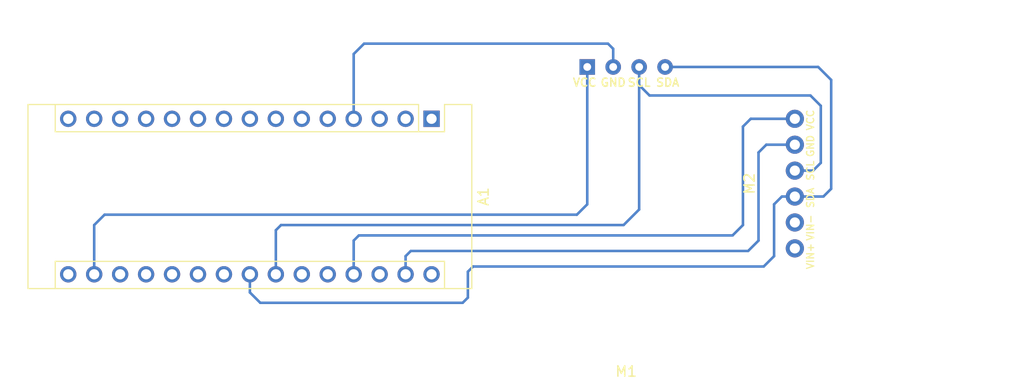
<source format=kicad_pcb>
(kicad_pcb (version 20171130) (host pcbnew 5.1.6-1.fc32)

  (general
    (thickness 1.6)
    (drawings 8)
    (tracks 53)
    (zones 0)
    (modules 3)
    (nets 32)
  )

  (page A4)
  (layers
    (0 F.Cu signal)
    (31 B.Cu signal)
    (32 B.Adhes user)
    (33 F.Adhes user)
    (34 B.Paste user)
    (35 F.Paste user)
    (36 B.SilkS user)
    (37 F.SilkS user)
    (38 B.Mask user)
    (39 F.Mask user)
    (40 Dwgs.User user)
    (41 Cmts.User user)
    (42 Eco1.User user)
    (43 Eco2.User user)
    (44 Edge.Cuts user)
    (45 Margin user)
    (46 B.CrtYd user)
    (47 F.CrtYd user)
    (48 B.Fab user)
    (49 F.Fab user)
  )

  (setup
    (last_trace_width 0.25)
    (trace_clearance 0.2)
    (zone_clearance 0.508)
    (zone_45_only no)
    (trace_min 0.2)
    (via_size 0.8)
    (via_drill 0.4)
    (via_min_size 0.4)
    (via_min_drill 0.3)
    (uvia_size 0.3)
    (uvia_drill 0.1)
    (uvias_allowed no)
    (uvia_min_size 0.2)
    (uvia_min_drill 0.1)
    (edge_width 0.05)
    (segment_width 0.2)
    (pcb_text_width 0.3)
    (pcb_text_size 1.5 1.5)
    (mod_edge_width 0.12)
    (mod_text_size 1 1)
    (mod_text_width 0.15)
    (pad_size 1.524 1.524)
    (pad_drill 0.762)
    (pad_to_mask_clearance 0.05)
    (aux_axis_origin 0 0)
    (visible_elements FFFFF77F)
    (pcbplotparams
      (layerselection 0x010fc_ffffffff)
      (usegerberextensions false)
      (usegerberattributes true)
      (usegerberadvancedattributes true)
      (creategerberjobfile true)
      (excludeedgelayer true)
      (linewidth 0.100000)
      (plotframeref false)
      (viasonmask false)
      (mode 1)
      (useauxorigin false)
      (hpglpennumber 1)
      (hpglpenspeed 20)
      (hpglpendiameter 15.000000)
      (psnegative false)
      (psa4output false)
      (plotreference true)
      (plotvalue true)
      (plotinvisibletext false)
      (padsonsilk false)
      (subtractmaskfromsilk false)
      (outputformat 1)
      (mirror false)
      (drillshape 1)
      (scaleselection 1)
      (outputdirectory ""))
  )

  (net 0 "")
  (net 1 "Net-(A1-Pad16)")
  (net 2 "Net-(A1-Pad15)")
  (net 3 "Net-(A1-Pad30)")
  (net 4 "Net-(A1-Pad14)")
  (net 5 "Net-(A1-Pad29)")
  (net 6 "Net-(A1-Pad13)")
  (net 7 "Net-(A1-Pad28)")
  (net 8 "Net-(A1-Pad12)")
  (net 9 "Net-(A1-Pad27)")
  (net 10 "Net-(A1-Pad11)")
  (net 11 "Net-(A1-Pad26)")
  (net 12 "Net-(A1-Pad10)")
  (net 13 "Net-(A1-Pad25)")
  (net 14 "Net-(A1-Pad9)")
  (net 15 "Net-(A1-Pad24)")
  (net 16 "Net-(A1-Pad8)")
  (net 17 "Net-(A1-Pad23)")
  (net 18 "Net-(A1-Pad7)")
  (net 19 "Net-(A1-Pad22)")
  (net 20 "Net-(A1-Pad6)")
  (net 21 "Net-(A1-Pad21)")
  (net 22 "Net-(A1-Pad5)")
  (net 23 "Net-(A1-Pad20)")
  (net 24 "Net-(A1-Pad19)")
  (net 25 "Net-(A1-Pad3)")
  (net 26 "Net-(A1-Pad18)")
  (net 27 "Net-(A1-Pad2)")
  (net 28 "Net-(A1-Pad17)")
  (net 29 "Net-(A1-Pad1)")
  (net 30 "Net-(M2-Pad6)")
  (net 31 "Net-(M2-Pad5)")

  (net_class Default "This is the default net class."
    (clearance 0.2)
    (trace_width 0.25)
    (via_dia 0.8)
    (via_drill 0.4)
    (uvia_dia 0.3)
    (uvia_drill 0.1)
    (add_net "Net-(A1-Pad1)")
    (add_net "Net-(A1-Pad10)")
    (add_net "Net-(A1-Pad11)")
    (add_net "Net-(A1-Pad12)")
    (add_net "Net-(A1-Pad13)")
    (add_net "Net-(A1-Pad14)")
    (add_net "Net-(A1-Pad15)")
    (add_net "Net-(A1-Pad16)")
    (add_net "Net-(A1-Pad17)")
    (add_net "Net-(A1-Pad18)")
    (add_net "Net-(A1-Pad19)")
    (add_net "Net-(A1-Pad2)")
    (add_net "Net-(A1-Pad20)")
    (add_net "Net-(A1-Pad21)")
    (add_net "Net-(A1-Pad22)")
    (add_net "Net-(A1-Pad23)")
    (add_net "Net-(A1-Pad24)")
    (add_net "Net-(A1-Pad25)")
    (add_net "Net-(A1-Pad26)")
    (add_net "Net-(A1-Pad27)")
    (add_net "Net-(A1-Pad28)")
    (add_net "Net-(A1-Pad29)")
    (add_net "Net-(A1-Pad3)")
    (add_net "Net-(A1-Pad30)")
    (add_net "Net-(A1-Pad5)")
    (add_net "Net-(A1-Pad6)")
    (add_net "Net-(A1-Pad7)")
    (add_net "Net-(A1-Pad8)")
    (add_net "Net-(A1-Pad9)")
    (add_net "Net-(M2-Pad5)")
    (add_net "Net-(M2-Pad6)")
  )

  (module my-footprints:ssd1306 (layer F.Cu) (tedit 5EF4984B) (tstamp 5EF4F507)
    (at 104.33 112.71)
    (path /5EF4CB08)
    (fp_text reference M1 (at 0 29.845) (layer F.SilkS)
      (effects (font (size 1 1) (thickness 0.15)))
    )
    (fp_text value ssd1306 (at 0 -5.715) (layer F.Fab)
      (effects (font (size 1 1) (thickness 0.15)))
    )
    (fp_line (start -13.75 0) (end -13.75 23.8) (layer F.Fab) (width 0.12))
    (fp_line (start -11.75 25.8) (end 11.75 25.8) (layer F.Fab) (width 0.12))
    (fp_line (start 13.75 0) (end 13.75 23.8) (layer F.Fab) (width 0.12))
    (fp_line (start -11.75 -2) (end 11.75 -2) (layer F.Fab) (width 0.12))
    (fp_text user SDA (at 4.064 1.524) (layer F.SilkS)
      (effects (font (size 0.8 0.8) (thickness 0.15)))
    )
    (fp_text user SCL (at 1.27 1.524) (layer F.SilkS)
      (effects (font (size 0.8 0.8) (thickness 0.15)))
    )
    (fp_text user GND (at -1.27 1.524) (layer F.SilkS)
      (effects (font (size 0.8 0.8) (thickness 0.15)))
    )
    (fp_text user VCC (at -4.064 1.524) (layer F.SilkS)
      (effects (font (size 0.8 0.8) (thickness 0.15)))
    )
    (fp_arc (start -11.75 23.8) (end -13.75 23.8) (angle -90) (layer F.Fab) (width 0.12))
    (fp_arc (start 11.75 23.8) (end 13.75 23.8) (angle 90) (layer F.Fab) (width 0.12))
    (fp_arc (start 11.75 0) (end 11.75 -2) (angle 90) (layer F.Fab) (width 0.12))
    (fp_arc (start -11.75 0) (end -11.75 -2) (angle -90) (layer F.Fab) (width 0.12))
    (pad 4 thru_hole circle (at 3.81 0) (size 1.524 1.524) (drill 0.762) (layers *.Cu *.Mask)
      (net 17 "Net-(A1-Pad23)"))
    (pad 3 thru_hole circle (at 1.27 0) (size 1.524 1.524) (drill 0.762) (layers *.Cu *.Mask)
      (net 15 "Net-(A1-Pad24)"))
    (pad 2 thru_hole circle (at -1.27 0) (size 1.524 1.524) (drill 0.762) (layers *.Cu *.Mask)
      (net 5 "Net-(A1-Pad29)"))
    (pad 1 thru_hole rect (at -3.81 0) (size 1.524 1.524) (drill 0.762) (layers *.Cu *.Mask)
      (net 28 "Net-(A1-Pad17)"))
  )

  (module Module:Arduino_Nano (layer F.Cu) (tedit 58ACAF70) (tstamp 5EF4F590)
    (at 85.28 117.79 270)
    (descr "Arduino Nano, http://www.mouser.com/pdfdocs/Gravitech_Arduino_Nano3_0.pdf")
    (tags "Arduino Nano")
    (path /5EF4D4BE)
    (fp_text reference A1 (at 7.62 -5.08 90) (layer F.SilkS)
      (effects (font (size 1 1) (thickness 0.15)))
    )
    (fp_text value Arduino_Nano_v3.x (at 8.89 19.05) (layer F.Fab)
      (effects (font (size 1 1) (thickness 0.15)))
    )
    (fp_line (start 16.75 42.16) (end -1.53 42.16) (layer F.CrtYd) (width 0.05))
    (fp_line (start 16.75 42.16) (end 16.75 -4.06) (layer F.CrtYd) (width 0.05))
    (fp_line (start -1.53 -4.06) (end -1.53 42.16) (layer F.CrtYd) (width 0.05))
    (fp_line (start -1.53 -4.06) (end 16.75 -4.06) (layer F.CrtYd) (width 0.05))
    (fp_line (start 16.51 -3.81) (end 16.51 39.37) (layer F.Fab) (width 0.1))
    (fp_line (start 0 -3.81) (end 16.51 -3.81) (layer F.Fab) (width 0.1))
    (fp_line (start -1.27 -2.54) (end 0 -3.81) (layer F.Fab) (width 0.1))
    (fp_line (start -1.27 39.37) (end -1.27 -2.54) (layer F.Fab) (width 0.1))
    (fp_line (start 16.51 39.37) (end -1.27 39.37) (layer F.Fab) (width 0.1))
    (fp_line (start 16.64 -3.94) (end -1.4 -3.94) (layer F.SilkS) (width 0.12))
    (fp_line (start 16.64 39.5) (end 16.64 -3.94) (layer F.SilkS) (width 0.12))
    (fp_line (start -1.4 39.5) (end 16.64 39.5) (layer F.SilkS) (width 0.12))
    (fp_line (start 3.81 41.91) (end 3.81 31.75) (layer F.Fab) (width 0.1))
    (fp_line (start 11.43 41.91) (end 3.81 41.91) (layer F.Fab) (width 0.1))
    (fp_line (start 11.43 31.75) (end 11.43 41.91) (layer F.Fab) (width 0.1))
    (fp_line (start 3.81 31.75) (end 11.43 31.75) (layer F.Fab) (width 0.1))
    (fp_line (start 1.27 36.83) (end -1.4 36.83) (layer F.SilkS) (width 0.12))
    (fp_line (start 1.27 1.27) (end 1.27 36.83) (layer F.SilkS) (width 0.12))
    (fp_line (start 1.27 1.27) (end -1.4 1.27) (layer F.SilkS) (width 0.12))
    (fp_line (start 13.97 36.83) (end 16.64 36.83) (layer F.SilkS) (width 0.12))
    (fp_line (start 13.97 -1.27) (end 13.97 36.83) (layer F.SilkS) (width 0.12))
    (fp_line (start 13.97 -1.27) (end 16.64 -1.27) (layer F.SilkS) (width 0.12))
    (fp_line (start -1.4 -3.94) (end -1.4 -1.27) (layer F.SilkS) (width 0.12))
    (fp_line (start -1.4 1.27) (end -1.4 39.5) (layer F.SilkS) (width 0.12))
    (fp_line (start 1.27 -1.27) (end -1.4 -1.27) (layer F.SilkS) (width 0.12))
    (fp_line (start 1.27 1.27) (end 1.27 -1.27) (layer F.SilkS) (width 0.12))
    (fp_text user %R (at 6.35 19.05) (layer F.Fab)
      (effects (font (size 1 1) (thickness 0.15)))
    )
    (pad 16 thru_hole oval (at 15.24 35.56 270) (size 1.6 1.6) (drill 1) (layers *.Cu *.Mask)
      (net 1 "Net-(A1-Pad16)"))
    (pad 15 thru_hole oval (at 0 35.56 270) (size 1.6 1.6) (drill 1) (layers *.Cu *.Mask)
      (net 2 "Net-(A1-Pad15)"))
    (pad 30 thru_hole oval (at 15.24 0 270) (size 1.6 1.6) (drill 1) (layers *.Cu *.Mask)
      (net 3 "Net-(A1-Pad30)"))
    (pad 14 thru_hole oval (at 0 33.02 270) (size 1.6 1.6) (drill 1) (layers *.Cu *.Mask)
      (net 4 "Net-(A1-Pad14)"))
    (pad 29 thru_hole oval (at 15.24 2.54 270) (size 1.6 1.6) (drill 1) (layers *.Cu *.Mask)
      (net 5 "Net-(A1-Pad29)"))
    (pad 13 thru_hole oval (at 0 30.48 270) (size 1.6 1.6) (drill 1) (layers *.Cu *.Mask)
      (net 6 "Net-(A1-Pad13)"))
    (pad 28 thru_hole oval (at 15.24 5.08 270) (size 1.6 1.6) (drill 1) (layers *.Cu *.Mask)
      (net 7 "Net-(A1-Pad28)"))
    (pad 12 thru_hole oval (at 0 27.94 270) (size 1.6 1.6) (drill 1) (layers *.Cu *.Mask)
      (net 8 "Net-(A1-Pad12)"))
    (pad 27 thru_hole oval (at 15.24 7.62 270) (size 1.6 1.6) (drill 1) (layers *.Cu *.Mask)
      (net 9 "Net-(A1-Pad27)"))
    (pad 11 thru_hole oval (at 0 25.4 270) (size 1.6 1.6) (drill 1) (layers *.Cu *.Mask)
      (net 10 "Net-(A1-Pad11)"))
    (pad 26 thru_hole oval (at 15.24 10.16 270) (size 1.6 1.6) (drill 1) (layers *.Cu *.Mask)
      (net 11 "Net-(A1-Pad26)"))
    (pad 10 thru_hole oval (at 0 22.86 270) (size 1.6 1.6) (drill 1) (layers *.Cu *.Mask)
      (net 12 "Net-(A1-Pad10)"))
    (pad 25 thru_hole oval (at 15.24 12.7 270) (size 1.6 1.6) (drill 1) (layers *.Cu *.Mask)
      (net 13 "Net-(A1-Pad25)"))
    (pad 9 thru_hole oval (at 0 20.32 270) (size 1.6 1.6) (drill 1) (layers *.Cu *.Mask)
      (net 14 "Net-(A1-Pad9)"))
    (pad 24 thru_hole oval (at 15.24 15.24 270) (size 1.6 1.6) (drill 1) (layers *.Cu *.Mask)
      (net 15 "Net-(A1-Pad24)"))
    (pad 8 thru_hole oval (at 0 17.78 270) (size 1.6 1.6) (drill 1) (layers *.Cu *.Mask)
      (net 16 "Net-(A1-Pad8)"))
    (pad 23 thru_hole oval (at 15.24 17.78 270) (size 1.6 1.6) (drill 1) (layers *.Cu *.Mask)
      (net 17 "Net-(A1-Pad23)"))
    (pad 7 thru_hole oval (at 0 15.24 270) (size 1.6 1.6) (drill 1) (layers *.Cu *.Mask)
      (net 18 "Net-(A1-Pad7)"))
    (pad 22 thru_hole oval (at 15.24 20.32 270) (size 1.6 1.6) (drill 1) (layers *.Cu *.Mask)
      (net 19 "Net-(A1-Pad22)"))
    (pad 6 thru_hole oval (at 0 12.7 270) (size 1.6 1.6) (drill 1) (layers *.Cu *.Mask)
      (net 20 "Net-(A1-Pad6)"))
    (pad 21 thru_hole oval (at 15.24 22.86 270) (size 1.6 1.6) (drill 1) (layers *.Cu *.Mask)
      (net 21 "Net-(A1-Pad21)"))
    (pad 5 thru_hole oval (at 0 10.16 270) (size 1.6 1.6) (drill 1) (layers *.Cu *.Mask)
      (net 22 "Net-(A1-Pad5)"))
    (pad 20 thru_hole oval (at 15.24 25.4 270) (size 1.6 1.6) (drill 1) (layers *.Cu *.Mask)
      (net 23 "Net-(A1-Pad20)"))
    (pad 4 thru_hole oval (at 0 7.62 270) (size 1.6 1.6) (drill 1) (layers *.Cu *.Mask)
      (net 5 "Net-(A1-Pad29)"))
    (pad 19 thru_hole oval (at 15.24 27.94 270) (size 1.6 1.6) (drill 1) (layers *.Cu *.Mask)
      (net 24 "Net-(A1-Pad19)"))
    (pad 3 thru_hole oval (at 0 5.08 270) (size 1.6 1.6) (drill 1) (layers *.Cu *.Mask)
      (net 25 "Net-(A1-Pad3)"))
    (pad 18 thru_hole oval (at 15.24 30.48 270) (size 1.6 1.6) (drill 1) (layers *.Cu *.Mask)
      (net 26 "Net-(A1-Pad18)"))
    (pad 2 thru_hole oval (at 0 2.54 270) (size 1.6 1.6) (drill 1) (layers *.Cu *.Mask)
      (net 27 "Net-(A1-Pad2)"))
    (pad 17 thru_hole oval (at 15.24 33.02 270) (size 1.6 1.6) (drill 1) (layers *.Cu *.Mask)
      (net 28 "Net-(A1-Pad17)"))
    (pad 1 thru_hole rect (at 0 0 270) (size 1.6 1.6) (drill 1) (layers *.Cu *.Mask)
      (net 29 "Net-(A1-Pad1)"))
    (model ${KISYS3DMOD}/Module.3dshapes/Arduino_Nano_WithMountingHoles.wrl
      (at (xyz 0 0 0))
      (scale (xyz 1 1 1))
      (rotate (xyz 0 0 0))
    )
  )

  (module my-footprints:gy-219 (layer F.Cu) (tedit 5EF48D71) (tstamp 5EF4F61F)
    (at 120.84 124.14 270)
    (path /5EF4CDFD)
    (fp_text reference M2 (at 0 4.445 90) (layer F.SilkS)
      (effects (font (size 1 1) (thickness 0.15)))
    )
    (fp_text value gy219 (at 0 -21.59 90) (layer F.Fab)
      (effects (font (size 1 1) (thickness 0.15)))
    )
    (fp_line (start -8 1.4) (end 8 1.4) (layer F.Fab) (width 0.12))
    (fp_line (start 10 -0.6) (end 10 -17.1) (layer F.Fab) (width 0.12))
    (fp_line (start 8 -19.1) (end -8 -19.1) (layer F.Fab) (width 0.12))
    (fp_line (start -10 -17.1) (end -10 -0.6) (layer F.Fab) (width 0.12))
    (fp_arc (start 8 -0.6) (end 10 -0.6) (angle 90) (layer F.Fab) (width 0.12))
    (fp_arc (start -8 -0.6) (end -10 -0.6) (angle -90) (layer F.Fab) (width 0.12))
    (fp_arc (start -8 -17.1) (end -10 -17.1) (angle 90) (layer F.Fab) (width 0.12))
    (fp_text user VCC (at -6.223 -1.524 90) (layer F.SilkS)
      (effects (font (size 0.7 0.7) (thickness 0.125)))
    )
    (fp_text user GND (at -3.683 -1.524 90) (layer F.SilkS)
      (effects (font (size 0.7 0.7) (thickness 0.125)))
    )
    (fp_text user SCL (at -1.27 -1.524 90) (layer F.SilkS)
      (effects (font (size 0.7 0.7) (thickness 0.125)))
    )
    (fp_text user SDA (at 1.397 -1.524 90) (layer F.SilkS)
      (effects (font (size 0.7 0.7) (thickness 0.125)))
    )
    (fp_text user VIN- (at 4.318 -1.524 90) (layer F.SilkS)
      (effects (font (size 0.7 0.7) (thickness 0.125)))
    )
    (fp_text user VIN+ (at 7.112 -1.524 90) (layer F.SilkS)
      (effects (font (size 0.7 0.7) (thickness 0.125)))
    )
    (fp_arc (start 8 -17.1) (end 10 -17.1) (angle -90) (layer F.Fab) (width 0.12))
    (pad 6 thru_hole circle (at 6.35 0 90) (size 1.778 1.778) (drill 1) (layers *.Cu *.Mask)
      (net 30 "Net-(M2-Pad6)"))
    (pad 5 thru_hole circle (at 3.81 0 90) (size 1.778 1.778) (drill 1) (layers *.Cu *.Mask)
      (net 31 "Net-(M2-Pad5)"))
    (pad 4 thru_hole circle (at 1.27 0 90) (size 1.778 1.778) (drill 1) (layers *.Cu *.Mask)
      (net 17 "Net-(A1-Pad23)"))
    (pad 3 thru_hole circle (at -1.27 0 90) (size 1.778 1.778) (drill 1) (layers *.Cu *.Mask)
      (net 15 "Net-(A1-Pad24)"))
    (pad 1 thru_hole circle (at -6.35 0 90) (size 1.778 1.778) (drill 1) (layers *.Cu *.Mask)
      (net 9 "Net-(A1-Pad27)"))
    (pad 2 thru_hole circle (at -3.81 0 90) (size 1.778 1.778) (drill 1) (layers *.Cu *.Mask)
      (net 5 "Net-(A1-Pad29)"))
  )

  (gr_arc (start 137.89 136.618) (end 139.89 136.618) (angle 90) (layer F.Fab) (width 0.15))
  (gr_arc (start 45.116 136.618) (end 43.116 136.618) (angle -90) (layer F.Fab) (width 0.15))
  (gr_arc (start 45.116 111.662) (end 45.116 109.662) (angle -90) (layer F.Fab) (width 0.15))
  (gr_arc (start 137.89 111.662) (end 137.89 109.662) (angle 90) (layer F.Fab) (width 0.15))
  (gr_line (start 45.116 109.662) (end 137.89 109.662) (layer F.Fab) (width 0.15) (tstamp 5EF4F651))
  (gr_line (start 43.116 136.618) (end 43.116 111.662) (layer F.Fab) (width 0.15) (tstamp 5EF4F64E))
  (gr_line (start 137.606 138.836) (end 45.116 138.618) (layer F.Fab) (width 0.15) (tstamp 5EF4F54F))
  (gr_line (start 139.89 111.662) (end 139.89 136.618) (layer F.Fab) (width 0.15) (tstamp 5EF4F654))

  (segment (start 116.268 130.744) (end 83.248 130.744) (width 0.25) (layer B.Cu) (net 5) (tstamp 5EF4F552))
  (segment (start 117.284 129.728) (end 116.268 130.744) (width 0.25) (layer B.Cu) (net 5) (tstamp 5EF4F4A7))
  (segment (start 117.284 121.092) (end 117.284 129.728) (width 0.25) (layer B.Cu) (net 5) (tstamp 5EF4F4BF))
  (segment (start 118.046 120.33) (end 117.284 121.092) (width 0.25) (layer B.Cu) (net 5) (tstamp 5EF4F4BC))
  (segment (start 120.84 120.33) (end 118.046 120.33) (width 0.25) (layer B.Cu) (net 5) (tstamp 5EF4F4B9))
  (segment (start 77.66 111.44) (end 77.66 117.79) (width 0.25) (layer B.Cu) (net 5) (tstamp 5EF4F4B6))
  (segment (start 78.676 110.424) (end 77.66 111.44) (width 0.25) (layer B.Cu) (net 5) (tstamp 5EF4F4B3))
  (segment (start 102.552 110.424) (end 78.676 110.424) (width 0.25) (layer B.Cu) (net 5) (tstamp 5EF4F4B0))
  (segment (start 103.06 110.932) (end 102.552 110.424) (width 0.25) (layer B.Cu) (net 5) (tstamp 5EF4F4A4))
  (segment (start 103.06 112.71) (end 103.06 110.932) (width 0.25) (layer B.Cu) (net 5) (tstamp 5EF4F4A1))
  (segment (start 82.74 131.252) (end 83.248 130.744) (width 0.25) (layer B.Cu) (net 5) (tstamp 5EF4F546))
  (segment (start 82.74 133.03) (end 82.74 131.252) (width 0.25) (layer B.Cu) (net 5) (tstamp 5EF4F549))
  (segment (start 77.66 129.728) (end 77.66 133.03) (width 0.25) (layer B.Cu) (net 9) (tstamp 5EF4F49E))
  (segment (start 78.168 129.22) (end 77.66 129.728) (width 0.25) (layer B.Cu) (net 9) (tstamp 5EF4F49B))
  (segment (start 115.76 128.204) (end 114.744 129.22) (width 0.25) (layer B.Cu) (net 9) (tstamp 5EF4F498))
  (segment (start 114.744 129.22) (end 78.168 129.22) (width 0.25) (layer B.Cu) (net 9) (tstamp 5EF4F495))
  (segment (start 115.76 118.552) (end 115.76 128.204) (width 0.25) (layer B.Cu) (net 9) (tstamp 5EF4F492))
  (segment (start 116.522 117.79) (end 115.76 118.552) (width 0.25) (layer B.Cu) (net 9) (tstamp 5EF4F48F))
  (segment (start 120.84 117.79) (end 116.522 117.79) (width 0.25) (layer B.Cu) (net 9) (tstamp 5EF4F4DA))
  (segment (start 70.04 128.712) (end 70.548 128.204) (width 0.25) (layer B.Cu) (net 15) (tstamp 5EF4F4D7))
  (segment (start 70.04 133.03) (end 70.04 128.712) (width 0.25) (layer B.Cu) (net 15) (tstamp 5EF4F4D4))
  (segment (start 123.38 116.52) (end 122.364 115.504) (width 0.25) (layer B.Cu) (net 15) (tstamp 5EF4F4D1))
  (segment (start 123.38 122.108) (end 123.38 116.52) (width 0.25) (layer B.Cu) (net 15) (tstamp 5EF4F4CE))
  (segment (start 122.618 122.87) (end 123.38 122.108) (width 0.25) (layer B.Cu) (net 15) (tstamp 5EF4F4CB))
  (segment (start 120.84 122.87) (end 122.618 122.87) (width 0.25) (layer B.Cu) (net 15) (tstamp 5EF4F4C8))
  (segment (start 122.364 115.504) (end 106.616 115.504) (width 0.25) (layer B.Cu) (net 15) (tstamp 5EF4F4C5))
  (segment (start 105.6 114.488) (end 105.6 112.71) (width 0.25) (layer B.Cu) (net 15) (tstamp 5EF4F4C2))
  (segment (start 106.616 115.504) (end 105.6 114.488) (width 0.25) (layer B.Cu) (net 15) (tstamp 5EF4F48C))
  (segment (start 105.6 126.68) (end 104.076 128.204) (width 0.25) (layer B.Cu) (net 15) (tstamp 5EF4F489))
  (segment (start 104.076 128.204) (end 70.548 128.204) (width 0.25) (layer B.Cu) (net 15) (tstamp 5EF4F486))
  (segment (start 105.6 114.488) (end 105.6 126.68) (width 0.25) (layer B.Cu) (net 15) (tstamp 5EF4F483))
  (segment (start 120.84 125.41) (end 123.634 125.41) (width 0.25) (layer B.Cu) (net 17) (tstamp 5EF4F480))
  (segment (start 123.634 125.41) (end 124.396 124.648) (width 0.25) (layer B.Cu) (net 17) (tstamp 5EF4F47D))
  (segment (start 124.396 124.648) (end 124.396 113.98) (width 0.25) (layer B.Cu) (net 17) (tstamp 5EF4F47A))
  (segment (start 123.126 112.71) (end 108.14 112.71) (width 0.25) (layer B.Cu) (net 17) (tstamp 5EF4F477))
  (segment (start 124.396 113.98) (end 123.126 112.71) (width 0.25) (layer B.Cu) (net 17) (tstamp 5EF4F543))
  (segment (start 118.808 131.252) (end 118.808 126.172) (width 0.25) (layer B.Cu) (net 17) (tstamp 5EF4F540))
  (segment (start 119.57 125.41) (end 120.84 125.41) (width 0.25) (layer B.Cu) (net 17) (tstamp 5EF4F53D))
  (segment (start 117.792 132.268) (end 118.808 131.252) (width 0.25) (layer B.Cu) (net 17) (tstamp 5EF4F53A))
  (segment (start 88.836 132.776) (end 89.344 132.268) (width 0.25) (layer B.Cu) (net 17) (tstamp 5EF4F537))
  (segment (start 88.836 135.316) (end 88.836 132.776) (width 0.25) (layer B.Cu) (net 17) (tstamp 5EF4F534))
  (segment (start 89.344 132.268) (end 117.792 132.268) (width 0.25) (layer B.Cu) (net 17) (tstamp 5EF4F531))
  (segment (start 88.328 135.824) (end 88.836 135.316) (width 0.25) (layer B.Cu) (net 17) (tstamp 5EF4F52E))
  (segment (start 118.808 126.172) (end 119.57 125.41) (width 0.25) (layer B.Cu) (net 17) (tstamp 5EF4F4F2))
  (segment (start 68.516 135.824) (end 88.328 135.824) (width 0.25) (layer B.Cu) (net 17) (tstamp 5EF4F4EF))
  (segment (start 67.5 134.808) (end 68.516 135.824) (width 0.25) (layer B.Cu) (net 17) (tstamp 5EF4F4EC))
  (segment (start 67.5 133.03) (end 67.5 134.808) (width 0.25) (layer B.Cu) (net 17) (tstamp 5EF4F4E9))
  (segment (start 100.52 126.172) (end 100.52 125.156) (width 0.25) (layer B.Cu) (net 28) (tstamp 5EF4F4E6))
  (segment (start 99.504 127.188) (end 100.52 126.172) (width 0.25) (layer B.Cu) (net 28) (tstamp 5EF4F4E3))
  (segment (start 53.276 127.188) (end 99.504 127.188) (width 0.25) (layer B.Cu) (net 28) (tstamp 5EF4F4E0))
  (segment (start 100.52 125.156) (end 100.52 112.71) (width 0.25) (layer B.Cu) (net 28) (tstamp 5EF4F4DD))
  (segment (start 52.26 128.204) (end 53.276 127.188) (width 0.25) (layer B.Cu) (net 28) (tstamp 5EF4F4AD))
  (segment (start 52.26 133.03) (end 52.26 128.204) (width 0.25) (layer B.Cu) (net 28) (tstamp 5EF4F4AA))

)

</source>
